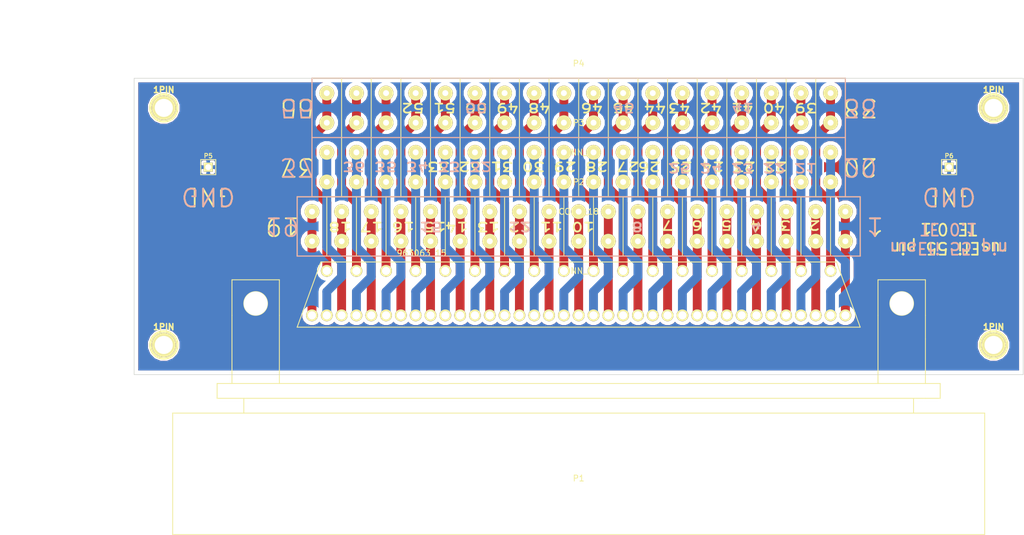
<source format=kicad_pcb>
(kicad_pcb (version 20221018) (generator pcbnew)
  (layers (0 "F.Cu" signal) (31 "B.Cu" signal) (34 "B.Paste" user) (35 "F.Paste" user) (36 "B.SilkS" user "B.Silkscreen") (37 "F.SilkS" user "F.Silkscreen") (38 "B.Mask" user) (39 "F.Mask" user) (44 "Edge.Cuts" user))
  (net 0 "")
  (net 1 "GND")
  (net 2 "N-000001")
  (net 3 "N-0000010")
  (net 4 "N-0000011")
  (net 5 "N-0000012")
  (net 6 "N-0000013")
  (net 7 "N-0000014")
  (net 8 "N-0000015")
  (net 9 "N-0000016")
  (net 10 "N-0000017")
  (net 11 "N-0000018")
  (net 12 "N-0000019")
  (net 13 "N-000002")
  (net 14 "N-0000020")
  (net 15 "N-0000021")
  (net 16 "N-0000022")
  (net 17 "N-0000023")
  (net 18 "N-0000024")
  (net 19 "N-0000025")
  (net 20 "N-0000026")
  (net 21 "N-0000027")
  (net 22 "N-0000028")
  (net 23 "N-0000029")
  (net 24 "N-000003")
  (net 25 "N-0000030")
  (net 26 "N-0000031")
  (net 27 "N-0000032")
  (net 28 "N-0000033")
  (net 29 "N-0000034")
  (net 30 "N-0000035")
  (net 31 "N-0000036")
  (net 32 "N-0000037")
  (net 33 "N-0000038")
  (net 34 "N-0000039")
  (net 35 "N-000004")
  (net 36 "N-0000040")
  (net 37 "N-0000041")
  (net 38 "N-0000042")
  (net 39 "N-0000043")
  (net 40 "N-0000044")
  (net 41 "N-0000046")
  (net 42 "N-0000047")
  (net 43 "N-0000048")
  (net 44 "N-0000049")
  (net 45 "N-000005")
  (net 46 "N-0000050")
  (net 47 "N-0000051")
  (net 48 "N-0000052")
  (net 49 "N-0000053")
  (net 50 "N-0000054")
  (net 51 "N-0000055")
  (net 52 "N-0000056")
  (net 53 "N-000006")
  (net 54 "N-000007")
  (net 55 "N-000008")
  (net 56 "N-000009")
  (footprint "CON19X5" (layer "F.Cu") (at 220 145 180)
    (fp_text reference "P2" (at 0 7.5 180) (layer "F.SilkS"))
    (fp_text value "CONN_19" (at 0 -7.5 180) (layer "F.SilkS"))
    (pad "1" thru_hole circle (at -45 -2.5 180) (size 2.5 2.5) (drill 1) (layers "*.Cu" "*.Mask" "F.SilkS") (net 13 "N-000002"))
    (pad "1" thru_hole circle (at -45 2.5 180) (size 2.5 2.5) (drill 1) (layers "*.Cu" "*.Mask" "F.SilkS") (net 13 "N-000002"))
    (pad "2" thru_hole circle (at -40 -2.5 180) (size 2.5 2.5) (drill 1) (layers "*.Cu" "*.Mask" "F.SilkS") (net 24 "N-000003"))
    (pad "2" thru_hole circle (at -40 2.5 180) (size 2.5 2.5) (drill 1) (layers "*.Cu" "*.Mask" "F.SilkS") (net 24 "N-000003"))
    (pad "3" thru_hole circle (at -35 -2.5 180) (size 2.5 2.5) (drill 1) (layers "*.Cu" "*.Mask" "F.SilkS") (net 35 "N-000004"))
    (pad "3" thru_hole circle (at -35 2.5 180) (size 2.5 2.5) (drill 1) (layers "*.Cu" "*.Mask" "F.SilkS") (net 35 "N-000004"))
    (pad "4" thru_hole circle (at -30 -2.5 180) (size 2.5 2.5) (drill 1) (layers "*.Cu" "*.Mask" "F.SilkS") (net 45 "N-000005"))
    (pad "4" thru_hole circle (at -30 2.5 180) (size 2.5 2.5) (drill 1) (layers "*.Cu" "*.Mask" "F.SilkS") (net 45 "N-000005"))
    (pad "5" thru_hole circle (at -25 -2.5 180) (size 2.5 2.5) (drill 1) (layers "*.Cu" "*.Mask" "F.SilkS") (net 53 "N-000006"))
    (pad "5" thru_hole circle (at -25 2.5 180) (size 2.5 2.5) (drill 1) (layers "*.Cu" "*.Mask" "F.SilkS") (net 53 "N-000006"))
    (pad "6" thru_hole circle (at -20 -2.5 180) (size 2.5 2.5) (drill 1) (layers "*.Cu" "*.Mask" "F.SilkS") (net 54 "N-000007"))
    (pad "6" thru_hole circle (at -20 2.5 180) (size 2.5 2.5) (drill 1) (layers "*.Cu" "*.Mask" "F.SilkS") (net 54 "N-000007"))
    (pad "7" thru_hole circle (at -15 -2.5 180) (size 2.5 2.5) (drill 1) (layers "*.Cu" "*.Mask" "F.SilkS") (net 55 "N-000008"))
    (pad "7" thru_hole circle (at -15 2.5 180) (size 2.5 2.5) (drill 1) (layers "*.Cu" "*.Mask" "F.SilkS") (net 55 "N-000008"))
    (pad "8" thru_hole circle (at -10 -2.5 180) (size 2.5 2.5) (drill 1) (layers "*.Cu" "*.Mask" "F.SilkS") (net 56 "N-000009"))
    (pad "8" thru_hole circle (at -10 2.5 180) (size 2.5 2.5) (drill 1) (layers "*.Cu" "*.Mask" "F.SilkS") (net 56 "N-000009"))
    (pad "9" thru_hole circle (at -5 -2.5 180) (size 2.5 2.5) (drill 1) (layers "*.Cu" "*.Mask" "F.SilkS") (net 3 "N-0000010"))
    (pad "9" thru_hole circle (at -5 2.5 180) (size 2.5 2.5) (drill 1) (layers "*.Cu" "*.Mask" "F.SilkS") (net 3 "N-0000010"))
    (pad "10" thru_hole circle (at 0 -2.5 180) (size 2.5 2.5) (drill 1) (layers "*.Cu" "*.Mask" "F.SilkS") (net 4 "N-0000011"))
    (pad "10" thru_hole circle (at 0 2.5 180) (size 2.5 2.5) (drill 1) (layers "*.Cu" "*.Mask" "F.SilkS") (net 4 "N-0000011"))
    (pad "11" thru_hole circle (at 5 -2.5 180) (size 2.5 2.5) (drill 1) (layers "*.Cu" "*.Mask" "F.SilkS") (net 2 "N-000001"))
    (pad "11" thru_hole circle (at 5 2.5 180) (size 2.5 2.5) (drill 1) (layers "*.Cu" "*.Mask" "F.SilkS") (net 2 "N-000001"))
    (pad "12" thru_hole circle (at 10 -2.5 180) (size 2.5 2.5) (drill 1) (layers "*.Cu" "*.Mask" "F.SilkS") (net 6 "N-0000013"))
    (pad "12" thru_hole circle (at 10 2.5 180) (size 2.5 2.5) (drill 1) (layers "*.Cu" "*.Mask" "F.SilkS") (net 6 "N-0000013"))
    (pad "13" thru_hole circle (at 15 -2.5 180) (size 2.5 2.5) (drill 1) (layers "*.Cu" "*.Mask" "F.SilkS") (net 7 "N-0000014"))
    (pad "13" thru_hole circle (at 15 2.5 180) (size 2.5 2.5) (drill 1) (layers "*.Cu" "*.Mask" "F.SilkS") (net 7 "N-0000014"))
    (pad "14" thru_hole circle (at 20 -2.5 180) (size 2.5 2.5) (drill 1) (layers "*.Cu" "*.Mask" "F.SilkS") (net 8 "N-0000015"))
    (pad "14" thru_hole circle (at 20 2.5 180) (size 2.5 2.5) (drill 1) (layers "*.Cu" "*.Mask" "F.SilkS") (net 8 "N-0000015"))
    (pad "15" thru_hole circle (at 25 -2.5 180) (size 2.5 2.5) (drill 1) (layers "*.Cu" "*.Mask" "F.SilkS") (net 9 "N-0000016"))
    (pad "15" thru_hole circle (at 25 2.5 180) (size 2.5 2.5) (drill 1) (layers "*.Cu" "*.Mask" "F.SilkS") (net 9 "N-0000016"))
    (pad "16" thru_hole circle (at 30 -2.5 180) (size 2.5 2.5) (drill 1) (layers "*.Cu" "*.Mask" "F.SilkS") (net 10 "N-0000017"))
    (pad "16" thru_hole circle (at 30 2.5 180) (size 2.5 2.5) (drill 1) (layers "*.Cu" "*.Mask" "F.SilkS") (net 10 "N-0000017"))
    (pad "17" thru_hole circle (at 35 -2.5 180) (size 2.5 2.5) (drill 1) (layers "*.Cu" "*.Mask" "F.SilkS") (net 11 "N-0000018"))
    (pad "17" thru_hole circle (at 35 2.5 180) (size 2.5 2.5) (drill 1) (layers "*.Cu" "*.Mask" "F.SilkS") (net 11 "N-0000018"))
    (pad "18" thru_hole circle (at 40 -2.5 180) (size 2.5 2.5) (drill 1) (layers "*.Cu" "*.Mask" "F.SilkS") (net 12 "N-0000019"))
    (pad "18" thru_hole circle (at 40 2.5 180) (size 2.5 2.5) (drill 1) (layers "*.Cu" "*.Mask" "F.SilkS") (net 12 "N-0000019"))
    (pad "19" thru_hole circle (at 45 -2.5 180) (size 2.5 2.5) (drill 1) (layers "*.Cu" "*.Mask" "F.SilkS") (net 14 "N-0000020"))
    (pad "19" thru_hole circle (at 45 2.5 180) (size 2.5 2.5) (drill 1) (layers "*.Cu" "*.Mask" "F.SilkS") (net 14 "N-0000020"))
  )
  (footprint "CON18X5" (layer "F.Cu") (at 220 135 180)
    (fp_text reference "P3" (at 0 7.5 180) (layer "F.SilkS"))
    (fp_text value "CONN_18" (at 0 -7.5 180) (layer "F.SilkS"))
    (pad "1" thru_hole circle (at -42.5 -2.5 180) (size 2.5 2.5) (drill 1) (layers "*.Cu" "*.Mask" "F.SilkS") (net 15 "N-0000021"))
    (pad "1" thru_hole circle (at -42.5 2.5 180) (size 2.5 2.5) (drill 1) (layers "*.Cu" "*.Mask" "F.SilkS") (net 15 "N-0000021"))
    (pad "2" thru_hole circle (at -37.5 -2.5 180) (size 2.5 2.5) (drill 1) (layers "*.Cu" "*.Mask" "F.SilkS") (net 16 "N-0000022"))
    (pad "2" thru_hole circle (at -37.5 2.5 180) (size 2.5 2.5) (drill 1) (layers "*.Cu" "*.Mask" "F.SilkS") (net 16 "N-0000022"))
    (pad "3" thru_hole circle (at -32.5 -2.5 180) (size 2.5 2.5) (drill 1) (layers "*.Cu" "*.Mask" "F.SilkS") (net 29 "N-0000034"))
    (pad "3" thru_hole circle (at -32.5 2.5 180) (size 2.5 2.5) (drill 1) (layers "*.Cu" "*.Mask" "F.SilkS") (net 29 "N-0000034"))
    (pad "4" thru_hole circle (at -27.5 -2.5 180) (size 2.5 2.5) (drill 1) (layers "*.Cu" "*.Mask" "F.SilkS") (net 42 "N-0000047"))
    (pad "4" thru_hole circle (at -27.5 2.5 180) (size 2.5 2.5) (drill 1) (layers "*.Cu" "*.Mask" "F.SilkS") (net 42 "N-0000047"))
    (pad "5" thru_hole circle (at -22.5 -2.5 180) (size 2.5 2.5) (drill 1) (layers "*.Cu" "*.Mask" "F.SilkS") (net 43 "N-0000048"))
    (pad "5" thru_hole circle (at -22.5 2.5 180) (size 2.5 2.5) (drill 1) (layers "*.Cu" "*.Mask" "F.SilkS") (net 43 "N-0000048"))
    (pad "6" thru_hole circle (at -17.5 -2.5 180) (size 2.5 2.5) (drill 1) (layers "*.Cu" "*.Mask" "F.SilkS") (net 44 "N-0000049"))
    (pad "6" thru_hole circle (at -17.5 2.5 180) (size 2.5 2.5) (drill 1) (layers "*.Cu" "*.Mask" "F.SilkS") (net 44 "N-0000049"))
    (pad "7" thru_hole circle (at -12.5 -2.5 180) (size 2.5 2.5) (drill 1) (layers "*.Cu" "*.Mask" "F.SilkS") (net 46 "N-0000050"))
    (pad "7" thru_hole circle (at -12.5 2.5 180) (size 2.5 2.5) (drill 1) (layers "*.Cu" "*.Mask" "F.SilkS") (net 46 "N-0000050"))
    (pad "8" thru_hole circle (at -7.5 -2.5 180) (size 2.5 2.5) (drill 1) (layers "*.Cu" "*.Mask" "F.SilkS") (net 47 "N-0000051"))
    (pad "8" thru_hole circle (at -7.5 2.5 180) (size 2.5 2.5) (drill 1) (layers "*.Cu" "*.Mask" "F.SilkS") (net 47 "N-0000051"))
    (pad "9" thru_hole circle (at -2.5 -2.5 180) (size 2.5 2.5) (drill 1) (layers "*.Cu" "*.Mask" "F.SilkS") (net 48 "N-0000052"))
    (pad "9" thru_hole circle (at -2.5 2.5 180) (size 2.5 2.5) (drill 1) (layers "*.Cu" "*.Mask" "F.SilkS") (net 48 "N-0000052"))
    (pad "10" thru_hole circle (at 2.5 -2.5 180) (size 2.5 2.5) (drill 1) (layers "*.Cu" "*.Mask" "F.SilkS") (net 49 "N-0000053"))
    (pad "10" thru_hole circle (at 2.5 2.5 180) (size 2.5 2.5) (drill 1) (layers "*.Cu" "*.Mask" "F.SilkS") (net 49 "N-0000053"))
    (pad "11" thru_hole circle (at 7.5 -2.5 180) (size 2.5 2.5) (drill 1) (layers "*.Cu" "*.Mask" "F.SilkS") (net 50 "N-0000054"))
    (pad "11" thru_hole circle (at 7.5 2.5 180) (size 2.5 2.5) (drill 1) (layers "*.Cu" "*.Mask" "F.SilkS") (net 50 "N-0000054"))
    (pad "12" thru_hole circle (at 12.5 -2.5 180) (size 2.5 2.5) (drill 1) (layers "*.Cu" "*.Mask" "F.SilkS") (net 51 "N-0000055"))
    (pad "12" thru_hole circle (at 12.5 2.5 180) (size 2.5 2.5) (drill 1) (layers "*.Cu" "*.Mask" "F.SilkS") (net 51 "N-0000055"))
    (pad "13" thru_hole circle (at 17.5 -2.5 180) (size 2.5 2.5) (drill 1) (layers "*.Cu" "*.Mask" "F.SilkS") (net 52 "N-0000056"))
    (pad "13" thru_hole circle (at 17.5 2.5 180) (size 2.5 2.5) (drill 1) (layers "*.Cu" "*.Mask" "F.SilkS") (net 52 "N-0000056"))
    (pad "14" thru_hole circle (at 22.5 -2.5 180) (size 2.5 2.5) (drill 1) (layers "*.Cu" "*.Mask" "F.SilkS") (net 41 "N-0000046"))
    (pad "14" thru_hole circle (at 22.5 2.5 180) (size 2.5 2.5) (drill 1) (layers "*.Cu" "*.Mask" "F.SilkS") (net 41 "N-0000046"))
    (pad "15" thru_hole circle (at 27.5 -2.5 180) (size 2.5 2.5) (drill 1) (layers "*.Cu" "*.Mask" "F.SilkS") (net 18 "N-0000024"))
    (pad "15" thru_hole circle (at 27.5 2.5 180) (size 2.5 2.5) (drill 1) (layers "*.Cu" "*.Mask" "F.SilkS") (net 18 "N-0000024"))
    (pad "16" thru_hole circle (at 32.5 -2.5 180) (size 2.5 2.5) (drill 1) (layers "*.Cu" "*.Mask" "F.SilkS") (net 19 "N-0000025"))
    (pad "16" thru_hole circle (at 32.5 2.5 180) (size 2.5 2.5) (drill 1) (layers "*.Cu" "*.Mask" "F.SilkS") (net 19 "N-0000025"))
    (pad "17" thru_hole circle (at 37.5 -2.5 180) (size 2.5 2.5) (drill 1) (layers "*.Cu" "*.Mask" "F.SilkS") (net 20 "N-0000026"))
    (pad "17" thru_hole circle (at 37.5 2.5 180) (size 2.5 2.5) (drill 1) (layers "*.Cu" "*.Mask" "F.SilkS") (net 20 "N-0000026"))
    (pad "18" thru_hole circle (at 42.5 -2.5 180) (size 2.5 2.5) (drill 1) (layers "*.Cu" "*.Mask" "F.SilkS") (net 21 "N-0000027"))
    (pad "18" thru_hole circle (at 42.5 2.5 180) (size 2.5 2.5) (drill 1) (layers "*.Cu" "*.Mask" "F.SilkS") (net 21 "N-0000027"))
  )
  (footprint "CON18X5" (layer "F.Cu") (at 220 125 180)
    (fp_text reference "P4" (at 0 7.5 180) (layer "F.SilkS"))
    (fp_text value "CONN_18" (at 0 -7.5 180) (layer "F.SilkS"))
    (pad "1" thru_hole circle (at -42.5 -2.5 180) (size 2.5 2.5) (drill 1) (layers "*.Cu" "*.Mask" "F.SilkS") (net 22 "N-0000028"))
    (pad "1" thru_hole circle (at -42.5 2.5 180) (size 2.5 2.5) (drill 1) (layers "*.Cu" "*.Mask" "F.SilkS") (net 22 "N-0000028"))
    (pad "2" thru_hole circle (at -37.5 -2.5 180) (size 2.5 2.5) (drill 1) (layers "*.Cu" "*.Mask" "F.SilkS") (net 23 "N-0000029"))
    (pad "2" thru_hole circle (at -37.5 2.5 180) (size 2.5 2.5) (drill 1) (layers "*.Cu" "*.Mask" "F.SilkS") (net 23 "N-0000029"))
    (pad "3" thru_hole circle (at -32.5 -2.5 180) (size 2.5 2.5) (drill 1) (layers "*.Cu" "*.Mask" "F.SilkS") (net 25 "N-0000030"))
    (pad "3" thru_hole circle (at -32.5 2.5 180) (size 2.5 2.5) (drill 1) (layers "*.Cu" "*.Mask" "F.SilkS") (net 25 "N-0000030"))
    (pad "4" thru_hole circle (at -27.5 -2.5 180) (size 2.5 2.5) (drill 1) (layers "*.Cu" "*.Mask" "F.SilkS") (net 26 "N-0000031"))
    (pad "4" thru_hole circle (at -27.5 2.5 180) (size 2.5 2.5) (drill 1) (layers "*.Cu" "*.Mask" "F.SilkS") (net 26 "N-0000031"))
    (pad "5" thru_hole circle (at -22.5 -2.5 180) (size 2.5 2.5) (drill 1) (layers "*.Cu" "*.Mask" "F.SilkS") (net 27 "N-0000032"))
    (pad "5" thru_hole circle (at -22.5 2.5 180) (size 2.5 2.5) (drill 1) (layers "*.Cu" "*.Mask" "F.SilkS") (net 27 "N-0000032"))
    (pad "6" thru_hole circle (at -17.5 -2.5 180) (size 2.5 2.5) (drill 1) (layers "*.Cu" "*.Mask" "F.SilkS") (net 28 "N-0000033"))
    (pad "6" thru_hole circle (at -17.5 2.5 180) (size 2.5 2.5) (drill 1) (layers "*.Cu" "*.Mask" "F.SilkS") (net 28 "N-0000033"))
    (pad "7" thru_hole circle (at -12.5 -2.5 180) (size 2.5 2.5) (drill 1) (layers "*.Cu" "*.Mask" "F.SilkS") (net 17 "N-0000023"))
    (pad "7" thru_hole circle (at -12.5 2.5 180) (size 2.5 2.5) (drill 1) (layers "*.Cu" "*.Mask" "F.SilkS") (net 17 "N-0000023"))
    (pad "8" thru_hole circle (at -7.5 -2.5 180) (size 2.5 2.5) (drill 1) (layers "*.Cu" "*.Mask" "F.SilkS") (net 30 "N-0000035"))
    (pad "8" thru_hole circle (at -7.5 2.5 180) (size 2.5 2.5) (drill 1) (layers "*.Cu" "*.Mask" "F.SilkS") (net 30 "N-0000035"))
    (pad "9" thru_hole circle (at -2.5 -2.5 180) (size 2.5 2.5) (drill 1) (layers "*.Cu" "*.Mask" "F.SilkS") (net 31 "N-0000036"))
    (pad "9" thru_hole circle (at -2.5 2.5 180) (size 2.5 2.5) (drill 1) (layers "*.Cu" "*.Mask" "F.SilkS") (net 31 "N-0000036"))
    (pad "10" thru_hole circle (at 2.5 -2.5 180) (size 2.5 2.5) (drill 1) (layers "*.Cu" "*.Mask" "F.SilkS") (net 32 "N-0000037"))
    (pad "10" thru_hole circle (at 2.5 2.5 180) (size 2.5 2.5) (drill 1) (layers "*.Cu" "*.Mask" "F.SilkS") (net 32 "N-0000037"))
    (pad "11" thru_hole circle (at 7.5 -2.5 180) (size 2.5 2.5) (drill 1) (layers "*.Cu" "*.Mask" "F.SilkS") (net 33 "N-0000038"))
    (pad "11" thru_hole circle (at 7.5 2.5 180) (size 2.5 2.5) (drill 1) (layers "*.Cu" "*.Mask" "F.SilkS") (net 33 "N-0000038"))
    (pad "12" thru_hole circle (at 12.5 -2.5 180) (size 2.5 2.5) (drill 1) (layers "*.Cu" "*.Mask" "F.SilkS") (net 34 "N-0000039"))
    (pad "12" thru_hole circle (at 12.5 2.5 180) (size 2.5 2.5) (drill 1) (layers "*.Cu" "*.Mask" "F.SilkS") (net 34 "N-0000039"))
    (pad "13" thru_hole circle (at 17.5 -2.5 180) (size 2.5 2.5) (drill 1) (layers "*.Cu" "*.Mask" "F.SilkS") (net 36 "N-0000040"))
    (pad "13" thru_hole circle (at 17.5 2.5 180) (size 2.5 2.5) (drill 1) (layers "*.Cu" "*.Mask" "F.SilkS") (net 36 "N-0000040"))
    (pad "14" thru_hole circle (at 22.5 -2.5 180) (size 2.5 2.5) (drill 1) (layers "*.Cu" "*.Mask" "F.SilkS") (net 37 "N-0000041"))
    (pad "14" thru_hole circle (at 22.5 2.5 180) (size 2.5 2.5) (drill 1) (layers "*.Cu" "*.Mask" "F.SilkS") (net 37 "N-0000041"))
    (pad "15" thru_hole circle (at 27.5 -2.5 180) (size 2.5 2.5) (drill 1) (layers "*.Cu" "*.Mask" "F.SilkS") (net 38 "N-0000042"))
    (pad "15" thru_hole circle (at 27.5 2.5 180) (size 2.5 2.5) (drill 1) (layers "*.Cu" "*.Mask" "F.SilkS") (net 38 "N-0000042"))
    (pad "16" thru_hole circle (at 32.5 -2.5 180) (size 2.5 2.5) (drill 1) (layers "*.Cu" "*.Mask" "F.SilkS") (net 39 "N-0000043"))
    (pad "16" thru_hole circle (at 32.5 2.5 180) (size 2.5 2.5) (drill 1) (layers "*.Cu" "*.Mask" "F.SilkS") (net 39 "N-0000043"))
    (pad "17" thru_hole circle (at 37.5 -2.5 180) (size 2.5 2.5) (drill 1) (layers "*.Cu" "*.Mask" "F.SilkS") (net 40 "N-0000044"))
    (pad "17" thru_hole circle (at 37.5 2.5 180) (size 2.5 2.5) (drill 1) (layers "*.Cu" "*.Mask" "F.SilkS") (net 40 "N-0000044"))
    (pad "18" thru_hole circle (at 42.5 -2.5 180) (size 2.5 2.5) (drill 1) (layers "*.Cu" "*.Mask" "F.SilkS") (net 5 "N-0000012"))
    (pad "18" thru_hole circle (at 42.5 2.5 180) (size 2.5 2.5) (drill 1) (layers "*.Cu" "*.Mask" "F.SilkS") (net 5 "N-0000012"))
  )
  (footprint "963063-15" (layer "F.Cu") (at 220 160)
    (fp_text reference "P1" (at 0 27.5) (layer "F.SilkS"))
    (fp_text value "963063_15" (at -26.5 -10.5) (layer "F.SilkS"))
    (pad "1" thru_hole circle (at 45 0) (size 2 2) (drill 1.4) (layers "*.Cu" "*.Mask" "F.SilkS") (net 13 "N-000002"))
    (pad "2" thru_hole circle (at 40 0) (size 2 2) (drill 1.4) (layers "*.Cu" "*.Mask" "F.SilkS") (net 24 "N-000003"))
    (pad "3" thru_hole circle (at 35 0) (size 2 2) (drill 1.4) (layers "*.Cu" "*.Mask" "F.SilkS") (net 35 "N-000004"))
    (pad "4" thru_hole circle (at 30 0) (size 2 2) (drill 1.4) (layers "*.Cu" "*.Mask" "F.SilkS") (net 45 "N-000005"))
    (pad "5" thru_hole circle (at 25 0) (size 2 2) (drill 1.4) (layers "*.Cu" "*.Mask" "F.SilkS") (net 53 "N-000006"))
    (pad "6" thru_hole circle (at 20 0) (size 2 2) (drill 1.4) (layers "*.Cu" "*.Mask" "F.SilkS") (net 54 "N-000007"))
    (pad "7" thru_hole circle (at 15 0) (size 2 2) (drill 1.4) (layers "*.Cu" "*.Mask" "F.SilkS") (net 55 "N-000008"))
    (pad "8" thru_hole circle (at 10 0) (size 2 2) (drill 1.4) (layers "*.Cu" "*.Mask" "F.SilkS") (net 56 "N-000009"))
    (pad "9" thru_hole circle (at 5 0) (size 2 2) (drill 1.4) (layers "*.Cu" "*.Mask" "F.SilkS") (net 3 "N-0000010"))
    (pad "10" thru_hole circle (at 0 0) (size 2 2) (drill 1.4) (layers "*.Cu" "*.Mask" "F.SilkS") (net 4 "N-0000011"))
    (pad "11" thru_hole circle (at -5 0) (size 2 2) (drill 1.4) (layers "*.Cu" "*.Mask" "F.SilkS") (net 2 "N-000001"))
    (pad "12" thru_hole circle (at -10 0) (size 2 2) (drill 1.4) (layers "*.Cu" "*.Mask" "F.SilkS") (net 6 "N-0000013"))
    (pad "13" thru_hole circle (at -15 0) (size 2 2) (drill 1.4) (layers "*.Cu" "*.Mask" "F.SilkS") (net 7 "N-0000014"))
    (pad "14" thru_hole circle (at -20 0) (size 2 2) (drill 1.4) (layers "*.Cu" "*.Mask" "F.SilkS") (net 8 "N-0000015"))
    (pad "15" thru_hole circle (at -25 0) (size 2 2) (drill 1.4) (layers "*.Cu" "*.Mask" "F.SilkS") (net 9 "N-0000016"))
    (pad "16" thru_hole circle (at -30 0) (size 2 2) (drill 1.4) (layers "*.Cu" "*.Mask" "F.SilkS") (net 10 "N-0000017"))
    (pad "17" thru_hole circle (at -35 0) (size 2 2) (drill 1.4) (layers "*.Cu" "*.Mask" "F.SilkS") (net 11 "N-0000018"))
    (pad "18" thru_hole circle (at -40 0) (size 2 2) (drill 1.4) (layers "*.Cu" "*.Mask" "F.SilkS") (net 12 "N-0000019"))
    (pad "19" thru_hole circle (at -45 0) (size 2 2) (drill 1.4) (layers "*.Cu" "*.Mask" "F.SilkS") (net 14 "N-0000020"))
    (pad "20" thru_hole circle (at 42.5 0) (size 2 2) (drill 1.4) (layers "*.Cu" "*.Mask" "F.SilkS") (net 15 "N-0000021"))
    (pad "21" thru_hole circle (at 37.5 0) (size 2 2) (drill 1.4) (layers "*.Cu" "*.Mask" "F.SilkS") (net 16 "N-0000022"))
    (pad "22" thru_hole circle (at 32.5 0) (size 2 2) (drill 1.4) (layers "*.Cu" "*.Mask" "F.SilkS") (net 29 "N-0000034"))
    (pad "23" thru_hole circle (at 27.5 0) (size 2 2) (drill 1.4) (layers "*.Cu" "*.Mask" "F.SilkS") (net 42 "N-0000047"))
    (pad "24" thru_hole circle (at 22.5 0) (size 2 2) (drill 1.4) (layers "*.Cu" "*.Mask" "F.SilkS") (net 43 "N-0000048"))
    (pad "25" thru_hole circle (at 17.5 0) (size 2 2) (drill 1.4) (layers "*.Cu" "*.Mask" "F.SilkS") (net 44 "N-0000049"))
    (pad "26" thru_hole circle (at 12.5 0) (size 2 2) (drill 1.4) (layers "*.Cu" "*.Mask" "F.SilkS") (net 46 "N-0000050"))
    (pad "27" thru_hole circle (at 7.5 0) (size 2 2) (drill 1.4) (layers "*.Cu" "*.Mask" "F.SilkS") (net 47 "N-0000051"))
    (pad "28" thru_hole circle (at 2.5 0) (size 2 2) (drill 1.4) (layers "*.Cu" "*.Mask" "F.SilkS") (net 48 "N-0000052"))
    (pad "29" thru_hole circle (at -2.5 0) (size 2 2) (drill 1.4) (layers "*.Cu" "*.Mask" "F.SilkS") (net 49 "N-0000053"))
    (pad "30" thru_hole circle (at -7.5 0) (size 2 2) (drill 1.4) (layers "*.Cu" "*.Mask" "F.SilkS") (net 50 "N-0000054"))
    (pad "31" thru_hole circle (at -12.5 0) (size 2 2) (drill 1.4) (layers "*.Cu" "*.Mask" "F.SilkS") (net 51 "N-0000055"))
    (pad "32" thru_hole circle (at -17.5 0) (size 2 2) (drill 1.4) (layers "*.Cu" "*.Mask" "F.SilkS") (net 52 "N-0000056"))
    (pad "33" thru_hole circle (at -22.5 0) (size 2 2) (drill 1.4) (layers "*.Cu" "*.Mask" "F.SilkS") (net 41 "N-0000046"))
    (pad "34" thru_hole circle (at -27.5 0) (size 2 2) (drill 1.4) (layers "*.Cu" "*.Mask" "F.SilkS") (net 18 "N-0000024"))
    (pad "35" thru_hole circle (at -32.5 0) (size 2 2) (drill 1.4) (layers "*.Cu" "*.Mask" "F.SilkS") (net 19 "N-0000025"))
    (pad "36" thru_hole circle (at -37.5 0) (size 2 2) (drill 1.4) (layers "*.Cu" "*.Mask" "F.SilkS") (net 20 "N-0000026"))
    (pad "37" thru_hole circle (at -42.5 0) (size 2 2) (drill 1.4) (layers "*.Cu" "*.Mask" "F.SilkS") (net 21 "N-0000027"))
    (pad "38" thru_hole circle (at 42.5 -7.5) (size 2 2) (drill 1.4) (layers "*.Cu" "*.Mask" "F.SilkS") (net 22 "N-0000028"))
    (pad "39" thru_hole circle (at 37.5 -7.5) (size 2 2) (drill 1.4) (layers "*.Cu" "*.Mask" "F.SilkS") (net 23 "N-0000029"))
    (pad "40" thru_hole circle (at 32.5 -7.5) (size 2 2) (drill 1.4) (layers "*.Cu" "*.Mask" "F.SilkS") (net 25 "N-0000030"))
    (pad "41" thru_hole circle (at 27.5 -7.5) (size 2 2) (drill 1.4) (layers "*.Cu" "*.Mask" "F.SilkS") (net 26 "N-0000031"))
    (pad "42" thru_hole circle (at 22.5 -7.5) (size 2 2) (drill 1.4) (layers "*.Cu" "*.Mask" "F.SilkS") (net 27 "N-0000032"))
    (pad "43" thru_hole circle (at 17.5 -7.5) (size 2 2) (drill 1.4) (layers "*.Cu" "*.Mask" "F.SilkS") (net 28 "N-0000033"))
    (pad "44" thru_hole circle (at 12.5 -7.5) (size 2 2) (drill 1.4) (layers "*.Cu" "*.Mask" "F.SilkS") (net 17 "N-0000023"))
    (pad "45" thru_hole circle (at 7.5 -7.5) (size 2 2) (drill 1.4) (layers "*.Cu" "*.Mask" "F.SilkS") (net 30 "N-0000035"))
    (pad "46" thru_hole circle (at 2.5 -7.5) (size 2 2) (drill 1.4) (layers "*.Cu" "*.Mask" "F.SilkS") (net 31 "N-0000036"))
    (pad "47" thru_hole circle (at -2.5 -7.5) (size 2 2) (drill 1.4) (layers "*.Cu" "*.Mask" "F.SilkS") (net 32 "N-0000037"))
    (pad "48" thru_hole circle (at -7.5 -7.5) (size 2 2) (drill 1.4) (layers "*.Cu" "*.Mask" "F.SilkS") (net 33 "N-0000038"))
    (pad "49" thru_hole circle (at -12.5 -7.5) (size 2 2) (drill 1.4) (layers "*.Cu" "*.Mask" "F.SilkS") (net 34 "N-0000039"))
    (pad "50" thru_hole circle (at -17.5 -7.5) (size 2 2) (drill 1.4) (layers "*.Cu" "*.Mask" "F.SilkS") (net 36 "N-0000040"))
    (pad "51" thru_hole circle (at -22.5 -7.5) (size 2 2) (drill 1.4) (layers "*.Cu" "*.Mask" "F.SilkS") (net 37 "N-0000041"))
    (pad "52" thru_hole circle (at -27.5 -7.5) (size 2 2) (drill 1.4) (layers "*.Cu" "*.Mask" "F.SilkS") (net 38 "N-0000042"))
    (pad "53" thru_hole circle (at -32.5 -7.5) (size 2 2) (drill 1.4) (layers "*.Cu" "*.Mask" "F.SilkS") (net 39 "N-0000043"))
    (pad "54" thru_hole circle (at -37.5 -7.5) (size 2 2) (drill 1.4) (layers "*.Cu" "*.Mask" "F.SilkS") (net 40 "N-0000044"))
    (pad "55" thru_hole circle (at -42.5 -7.5) (size 2 2) (drill 1.4) (layers "*.Cu" "*.Mask" "F.SilkS") (net 5 "N-0000012"))
    (pad "~" thru_hole circle (at -54.5 -2) (size 4 4) (drill 4) (layers "*.Cu" "*.Mask" "F.SilkS"))
    (pad "~" thru_hole circle (at 54.5 -2) (size 4 4) (drill 4) (layers "*.Cu" "*.Mask" "F.SilkS"))
  )
  (footprint "1pin" (layer "F.Cu") (at 290 125)
    (fp_text reference "1PIN" (at 0 -3.048) (layer "F.SilkS") (effects (font (size 1.016 1.016) (thickness 0.254))))
    (fp_text value "P***" hide)
    (pad "1" thru_hole circle (at 0 0) (size 4.064 4.064) (drill 3.048) (layers "*.Cu" "*.Mask" "F.SilkS"))
  )
  (footprint "1pin" (layer "F.Cu") (at 290 165)
    (fp_text reference "1PIN" (at 0 -3.048) (layer "F.SilkS") (effects (font (size 1.016 1.016) (thickness 0.254))))
    (fp_text value "P***" hide)
    (pad "1" thru_hole circle (at 0 0) (size 4.064 4.064) (drill 3.048) (layers "*.Cu" "*.Mask" "F.SilkS"))
  )
  (footprint "1pin" (layer "F.Cu") (at 150 165)
    (fp_text reference "1PIN" (at 0 -3.048) (layer "F.SilkS") (effects (font (size 1.016 1.016) (thickness 0.254))))
    (fp_text value "P***" hide)
    (pad "1" thru_hole circle (at 0 0) (size 4.064 4.064) (drill 3.048) (layers "*.Cu" "*.Mask" "F.SilkS"))
  )
  (footprint "1pin" (layer "F.Cu") (at 150 125)
    (fp_text reference "1PIN" (at 0 -3.048) (layer "F.SilkS") (effects (font (size 1.016 1.016) (thickness 0.254))))
    (fp_text value "P***" hide)
    (pad "1" thru_hole circle (at 0 0) (size 4.064 4.064) (drill 3.048) (layers "*.Cu" "*.Mask" "F.SilkS"))
  )
  (footprint "PIN_ARRAY_1" (layer "F.Cu") (at 157.5 135)
    (fp_text reference "P5" (at 0 -1.905) (layer "F.SilkS") (effects (font (size 0.762 0.762) (thickness 0.1524))))
    (fp_text value "CONN_1" hide)
    (pad "1" thru_hole rect (at 0 0) (size 1.524 1.524) (drill 1.016) (layers "*.Cu" "*.Mask" "F.SilkS") (net 1 "GND"))
  )
  (footprint "PIN_ARRAY_1" (layer "F.Cu") (at 282.5 135)
    (fp_text reference "P6" (at 0 -1.905) (layer "F.SilkS") (effects (font (size 0.762 0.762) (thickness 0.1524))))
    (fp_text value "CONN_1" hide)
    (pad "1" thru_hole rect (at 0 0) (size 1.524 1.524) (drill 1.016) (layers "*.Cu" "*.Mask" "F.SilkS") (net 1 "GND"))
  )
  (gr_line (start 175 120) (end 265 120) (stroke (width 0.2)) (layer "B.SilkS"))
  (gr_line (start 175 130) (end 175 140) (stroke (width 0.2)) (layer "B.SilkS"))
  (gr_line (start 172.5 140) (end 267.5 140) (stroke (width 0.2)) (layer "B.SilkS"))
  (gr_line (start 267.5 150) (end 172.5 150) (stroke (width 0.2)) (layer "B.SilkS"))
  (gr_line (start 265 140) (end 265 130) (stroke (width 0.2)) (layer "B.SilkS"))
  (gr_line (start 265 130) (end 175 130) (stroke (width 0.2)) (layer "B.SilkS"))
  (gr_line (start 172.5 150) (end 172.5 140) (stroke (width 0.2)) (layer "B.SilkS"))
  (gr_line (start 265 120) (end 265 130) (stroke (width 0.2)) (layer "B.SilkS"))
  (gr_line (start 267.5 140) (end 267.5 150) (stroke (width 0.2)) (layer "B.SilkS"))
  (gr_line (start 175 130) (end 175 120) (stroke (width 0.2)) (layer "B.SilkS"))
  (gr_line (start 145 120) (end 295 120) (stroke (width 0.1)) (layer "Edge.Cuts"))
  (gr_line (start 145 170) (end 295 170) (stroke (width 0.1)) (layer "Edge.Cuts"))
  (gr_line (start 145 120) (end 145 170) (stroke (width 0.1)) (layer "Edge.Cuts"))
  (gr_line (start 295 170) (end 295 120) (stroke (width 0.1)) (layer "Edge.Cuts"))
  (gr_text "37" (at 172.5 135 180) (layer "B.SilkS") (effects (font (size 3 3) (thickness 0.3)) (justify mirror)))
  (gr_text "41" (at 247.65 124.968 180) (layer "B.SilkS") (effects (font (size 1.5 2) (thickness 0.3)) (justify mirror)))
  (gr_text "GND" (at 157.5 140 180) (layer "B.SilkS") (effects (font (size 3 3) (thickness 0.3)) (justify mirror)))
  (gr_text "8" (at 229.87 145.034 180) (layer "B.SilkS") (effects (font (size 1.5 2) (thickness 0.3)) (justify mirror)))
  (gr_text "rusEfi 55 pin\nTE 0.1" (at 282.448 147.066 180) (layer "B.SilkS") (effects (font (size 2 2) (thickness 0.3)) (justify mirror)))
  (gr_text "38\n" (at 267.5 125 180) (layer "B.SilkS") (effects (font (size 3 3) (thickness 0.3)) (justify mirror)))
  (gr_text "55" (at 172.5 125 180) (layer "B.SilkS") (effects (font (size 3 3) (thickness 0.3)) (justify mirror)))
  (gr_text "GND" (at 282.5 140 180) (layer "B.SilkS") (effects (font (size 3 3) (thickness 0.3)) (justify mirror)))
  (gr_text "20\n" (at 267.5 135 180) (layer "B.SilkS") (effects (font (size 3 3) (thickness 0.3)) (justify mirror)))
  (gr_text "25 24 23 22 21" (at 247.65 135.128 180) (layer "B.SilkS") (effects (font (size 1.5 2) (thickness 0.3)) (justify mirror)))
  (gr_text "4" (at 249.936 145.034 180) (layer "B.SilkS") (effects (font (size 1.5 2) (thickness 0.3)) (justify mirror)))
  (gr_text "1" (at 270 145 180) (layer "B.SilkS") (effects (font (size 3 3) (thickness 0.3)) (justify mirror)))
  (gr_text "15" (at 195.072 145.034 180) (layer "B.SilkS") (effects (font (size 1.5 2) (thickness 0.3)) (justify mirror)))
  (gr_text "12" (at 210.058 145.034 180) (layer "B.SilkS") (effects (font (size 1.5 2) (thickness 0.3)) (justify mirror)))
  (gr_text "36 35 34 33 32" (at 192.786 134.874 180) (layer "B.SilkS") (effects (font (size 1.5 2) (thickness 0.3)) (justify mirror)))
  (gr_text "50" (at 202.692 124.968 180) (layer "B.SilkS") (effects (font (size 1.5 2) (thickness 0.3)) (justify mirror)))
  (gr_text "19\n" (at 170 145 180) (layer "B.SilkS") (effects (font (size 3 3) (thickness 0.3)) (justify mirror)))
  (gr_text "45" (at 227.584 124.968 180) (layer "B.SilkS") (effects (font (size 1.5 2) (thickness 0.3)) (justify mirror)))
  (gr_text "27 28 29 30 31 32 33" (at 212.344 134.874 180) (layer "F.SilkS") (effects (font (size 1.5 2) (thickness 0.3))))
  (gr_text "GND" (at 282.5 140 180) (layer "F.SilkS") (effects (font (size 3 3) (thickness 0.3))))
  (gr_text "rusEfi 55 pin\nTE 0.1" (at 282.448 147.066 180) (layer "F.SilkS") (effects (font (size 2 2) (thickness 0.3))))
  (gr_text "38\n" (at 267.5 125 180) (layer "F.SilkS") (effects (font (size 3 3) (thickness 0.3))))
  (gr_text "15 16 17 18" (at 187.706 145.034 180) (layer "F.SilkS") (effects (font (size 1.5 2) (thickness 0.3))))
  (gr_text "37" (at 172.5 135 180) (layer "F.SilkS") (effects (font (size 3 3) (thickness 0.3))))
  (gr_text "20\n" (at 267.5 135 180) (layer "F.SilkS") (effects (font (size 3 3) (thickness 0.3))))
  (gr_text "39 40 41 42 43" (at 247.65 124.968 180) (layer "F.SilkS") (effects (font (size 1.5 2) (thickness 0.3))))
  (gr_text "10 11 12 13 14" (at 210.058 145.034 180) (layer "F.SilkS") (effects (font (size 1.5 2) (thickness 0.3))))
  (gr_text "55" (at 172.5 125 180) (layer "F.SilkS") (effects (font (size 3 3) (thickness 0.3))))
  (gr_text "2  3  4  5  6  7" (at 247.396 144.78 180) (layer "F.SilkS") (effects (font (size 1.5 2) (thickness 0.3))))
  (gr_text "44 45 46" (at 227.584 124.968 180) (layer "F.SilkS") (effects (font (size 1.5 2) (thickness 0.3))))
  (gr_text "GND" (at 157.5 140 180) (layer "F.SilkS") (effects (font (size 3 3) (thickness 0.3))))
  (gr_text "8" (at 229.87 145.034 180) (layer "F.SilkS") (effects (font (size 1.5 2) (thickness 0.3))))
  (gr_text "48 49 50 51 52" (at 202.692 124.968 180) (layer "F.SilkS") (effects (font (size 1.5 2) (thickness 0.3))))
  (gr_text "1" (at 270 145 180) (layer "F.SilkS") (effects (font (size 3 3) (thickness 0.3))))
  (gr_text "19\n" (at 170 145 180) (layer "F.SilkS") (effects (font (size 3 3) (thickness 0.3))))
  (gr_text "22 23 24 25 26" (at 242.57 134.874 180) (layer "F.SilkS") (effects (font (size 1.5 2) (thickness 0.3))))
  (segment (start 215 147.5) (end 215 142.5) (width 1.5) (layer "F.Cu") (net 2))
  (segment (start 215 160) (end 215 147.5) (width 1.5) (layer "F.Cu") (net 2))
  (segment (start 225 147.5) (end 225 142.5) (width 1.5) (layer "F.Cu") (net 3))
  (segment (start 225 160) (end 225 147.5) (width 1.5) (layer "F.Cu") (net 3))
  (segment (start 220 147.5) (end 220 142.5) (width 1.5) (layer "F.Cu") (net 4))
  (segment (start 220 160) (end 220 147.5) (width 1.5) (layer "F.Cu") (net 4))
  (segment (start 177.5 141) (end 175 138.5) (width 1.5) (layer "F.Cu") (net 5))
  (segment (start 175 138.5) (end 175 130) (width 1.5) (layer "F.Cu") (net 5))
  (segment (start 175 130) (end 177.5 127.5) (width 1.5) (layer "F.Cu") (net 5))
  (segment (start 177.5 127.5) (end 177.5 122.5) (width 1.5) (layer "F.Cu") (net 5))
  (segment (start 177.5 152.5) (end 177.5 141) (width 1.5) (layer "F.Cu") (net 5))
  (segment (start 210 147.5) (end 210 142.5) (width 1.5) (layer "F.Cu") (net 6))
  (segment (start 210 160) (end 210 147.5) (width 1.5) (layer "F.Cu") (net 6))
  (segment (start 205 147.5) (end 205 142.5) (width 1.5) (layer "F.Cu") (net 7))
  (segment (start 205 160) (end 205 147.5) (width 1.5) (layer "F.Cu") (net 7))
  (segment (start 200 147.5) (end 200 142.5) (width 1.5) (layer "F.Cu") (net 8))
  (segment (start 200 160) (end 200 147.5) (width 1.5) (layer "F.Cu") (net 8))
  (segment (start 195 147.5) (end 195 142.5) (width 1.5) (layer "F.Cu") (net 9))
  (segment (start 195 160) (end 195 147.5) (width 1.5) (layer "F.Cu") (net 9))
  (segment (start 190 147.5) (end 190 142.5) (width 1.5) (layer "F.Cu") (net 10))
  (segment (start 190 160) (end 190 147.5) (width 1.5) (layer "F.Cu") (net 10))
  (segment (start 185 147.5) (end 185 142.5) (width 1.5) (layer "F.Cu") (net 11))
  (segment (start 185 160) (end 185 147.5) (width 1.5) (layer "F.Cu") (net 11))
  (segment (start 180 147.5) (end 180 142.5) (width 1.5) (layer "F.Cu") (net 12))
  (segment (start 180 160) (end 180 147.5) (width 1.5) (layer "F.Cu") (net 12))
  (segment (start 265 147.5) (end 265 142.5) (width 1.5) (layer "F.Cu") (net 13))
  (segment (start 265 160) (end 265 147.5) (width 1.5) (layer "F.Cu") (net 13))
  (segment (start 175 147.5) (end 175 142.5) (width 1.5) (layer "F.Cu") (net 14))
  (segment (start 175 160) (end 175 147.5) (width 1.5) (layer "F.Cu") (net 14))
  (segment (start 262.5 156) (end 265 153.5) (width 1.5) (layer "B.Cu") (net 15))
  (segment (start 265 153.5) (end 265 151) (width 1.5) (layer "B.Cu") (net 15))
  (segment (start 265 151) (end 262.5 148.5) (width 1.5) (layer "B.Cu") (net 15))
  (segment (start 262.5 148.5) (end 262.5 137.5) (width 1.5) (layer "B.Cu") (net 15))
  (segment (start 262.5 160) (end 262.5 156) (width 1.5) (layer "B.Cu") (net 15))
  (segment (start 262.5 137.5) (end 262.5 132.5) (width 1.5) (layer "B.Cu") (net 15))
  (segment (start 257.5 156) (end 260 153.5) (width 1.5) (layer "B.Cu") (net 16))
  (segment (start 260 153.5) (end 260 151) (width 1.5) (layer "B.Cu") (net 16))
  (segment (start 260 151) (end 257.5 148.5) (width 1.5) (layer "B.Cu") (net 16))
  (segment (start 257.5 148.5) (end 257.5 132.5) (width 1.5) (layer "B.Cu") (net 16))
  (segment (start 257.5 159) (end 257.5 160) (width 1.5) (layer "B.Cu") (net 16))
  (segment (start 257.5 160) (end 257.5 159) (width 1.5) (layer "B.Cu") (net 16))
  (segment (start 257.5 160) (end 257.5 156) (width 1.5) (layer "B.Cu") (net 16))
  (segment (start 257.5 137.5) (end 257.5 132.5) (width 1.5) (layer "B.Cu") (net 16))
  (segment (start 232.5 141) (end 230 138.5) (width 1.5) (layer "F.Cu") (net 17))
  (segment (start 230 138.5) (end 230 130) (width 1.5) (layer "F.Cu") (net 17))
  (segment (start 230 130) (end 232.5 127.5) (width 1.5) (layer "F.Cu") (net 17))
  (segment (start 232.5 122.5) (end 232.5 127.5) (width 1.5) (layer "F.Cu") (net 17))
  (segment (start 232.5 152.5) (end 232.5 141) (width 1.5) (layer "F.Cu") (net 17))
  (segment (start 192.5 156) (end 195 153.5) (width 1.5) (layer "B.Cu") (net 18))
  (segment (start 195 153.5) (end 195 151) (width 1.5) (layer "B.Cu") (net 18))
  (segment (start 195 151) (end 192.5 148.5) (width 1.5) (layer "B.Cu") (net 18))
  (segment (start 192.5 148.5) (end 192.5 132.5) (width 1.5) (layer "B.Cu") (net 18))
  (segment (start 192.5 137.5) (end 192.5 132.5) (width 1.5) (layer "B.Cu") (net 18))
  (segment (start 192.5 160) (end 192.5 156) (width 1.5) (layer "B.Cu") (net 18))
  (segment (start 187.5 156) (end 190 153.5) (width 1.5) (layer "B.Cu") (net 19))
  (segment (start 190 153.5) (end 190 151) (width 1.5) (layer "B.Cu") (net 19))
  (segment (start 190 151) (end 187.5 148.5) (width 1.5) (layer "B.Cu") (net 19))
  (segment (start 187.5 148.5) (end 187.5 132.5) (width 1.5) (layer "B.Cu") (net 19))
  (segment (start 187.5 137.5) (end 187.5 132.5) (width 1.5) (layer "B.Cu") (net 19))
  (segment (start 187.5 160) (end 187.5 156) (width 1.5) (layer "B.Cu") (net 19))
  (segment (start 182.5 156) (end 185 153.5) (width 1.5) (layer "B.Cu") (net 20))
  (segment (start 185 153.5) (end 185 151) (width 1.5) (layer "B.Cu") (net 20))
  (segment (start 185 151) (end 182.5 148.5) (width 1.5) (layer "B.Cu") (net 20))
  (segment (start 182.5 148.5) (end 182.5 132.5) (width 1.5) (layer "B.Cu") (net 20))
  (segment (start 182.5 137.5) (end 182.5 132.5) (width 1.5) (layer "B.Cu") (net 20))
  (segment (start 182.5 160) (end 182.5 156) (width 1.5) (layer "B.Cu") (net 20))
  (segment (start 177.5 156) (end 180 153.5) (width 1.5) (layer "B.Cu") (net 21))
  (segment (start 180 153.5) (end 180 151) (width 1.5) (layer "B.Cu") (net 21))
  (segment (start 180 151) (end 177.5 148.5) (width 1.5) (layer "B.Cu") (net 21))
  (segment (start 177.5 148.5) (end 177.5 137.5) (width 1.5) (layer "B.Cu") (net 21))
  (segment (start 177.5 137.5) (end 177.5 132.5) (width 1.5) (layer "B.Cu") (net 21))
  (segment (start 177.5 160) (end 177.5 156) (width 1.5) (layer "B.Cu") (net 21))
  (segment (start 262.5 142) (end 262.5 141) (width 1.5) (layer "F.Cu") (net 22))
  (segment (start 262.5 141) (end 260 138.5) (width 1.5) (layer "F.Cu") (net 22))
  (segment (start 260 138.5) (end 260 130) (width 1.5) (layer "F.Cu") (net 22))
  (segment (start 260 130) (end 262.5 127.5) (width 1.5) (layer "F.Cu") (net 22))
  (segment (start 262.5 152.5) (end 262.5 142) (width 1.5) (layer "F.Cu") (net 22))
  (segment (start 262.5 122.5) (end 262.5 127.5) (width 1.5) (layer "F.Cu") (net 22))
  (segment (start 257.5 141) (end 255 138.5) (width 1.5) (layer "F.Cu") (net 23))
  (segment (start 255 138.5) (end 255 130) (width 1.5) (layer "F.Cu") (net 23))
  (segment (start 255 130) (end 257.5 127.5) (width 1.5) (layer "F.Cu") (net 23))
  (segment (start 257.5 127.5) (end 257.5 122.5) (width 1.5) (layer "F.Cu") (net 23))
  (segment (start 257.5 152.5) (end 257.5 141) (width 1.5) (layer "F.Cu") (net 23))
  (segment (start 260 147.5) (end 260 142.5) (width 1.5) (layer "F.Cu") (net 24))
  (segment (start 260 160) (end 260 147.5) (width 1.5) (layer "F.Cu") (net 24))
  (segment (start 252.5 141) (end 250 138.5) (width 1.5) (layer "F.Cu") (net 25))
  (segment (start 250 138.5) (end 250 130) (width 1.5) (layer "F.Cu") (net 25))
  (segment (start 250 130) (end 252.5 127.5) (width 1.5) (layer "F.Cu") (net 25))
  (segment (start 252.5 127.5) (end 252.5 122.5) (width 1.5) (layer "F.Cu") (net 25))
  (segment (start 252.5 152.5) (end 252.5 141) (width 1.5) (layer "F.Cu") (net 25))
  (segment (start 247.5 141.5) (end 247.5 141) (width 1.5) (layer "F.Cu") (net 26))
  (segment (start 247.5 141) (end 245 138.5) (width 1.5) (layer "F.Cu") (net 26))
  (segment (start 245 138.5) (end 245 130) (width 1.5) (layer "F.Cu") (net 26))
  (segment (start 245 130) (end 247.5 127.5) (width 1.5) (layer "F.Cu") (net 26))
  (segment (start 247.5 127.5) (end 247.5 122.5) (width 1.5) (layer "F.Cu") (net 26))
  (segment (start 247.5 152.5) (end 247.5 141.5) (width 1.5) (layer "F.Cu") (net 26))
  (segment (start 242.5 141) (end 240 138.5) (width 1.5) (layer "F.Cu") (net 27))
  (segment (start 240 138.5) (end 240 130) (width 1.5) (layer "F.Cu") (net 27))
  (segment (start 240 130) (end 242.5 127.5) (width 1.5) (layer "F.Cu") (net 27))
  (segment (start 242.5 127.5) (end 242.5 122.5) (width 1.5) (layer "F.Cu") (net 27))
  (segment (start 242.5 152.5) (end 242.5 141) (width 1.5) (layer "F.Cu") (net 27))
  (segment (start 237.5 141) (end 235 138.5) (width 1.5) (layer "F.Cu") (net 28))
  (segment (start 235 138.5) (end 235 130) (width 1.5) (layer "F.Cu") (net 28))
  (segment (start 235 130) (end 237.5 127.5) (width 1.5) (layer "F.Cu") (net 28))
  (segment (start 237.5 127.5) (end 237.5 122.5) (width 1.5) (layer "F.Cu") (net 28))
  (segment (start 237.5 152.5) (end 237.5 141) (width 1.5) (layer "F.Cu") (net 28))
  (segment (start 252.5 156) (end 255 153.5) (width 1.5) (layer "B.Cu") (net 29))
  (segment (start 255 153.5) (end 255 151) (width 1.5) (layer "B.Cu") (net 29))
  (segment (start 255 151) (end 252.5 148.5) (width 1.5) (layer "B.Cu") (net 29))
  (segment (start 252.5 148.5) (end 252.5 132.5) (width 1.5) (layer "B.Cu") (net 29))
  (segment (start 252.5 137.5) (end 252.5 132.5) (width 1.5) (layer "B.Cu") (net 29))
  (segment (start 252.5 160) (end 252.5 156) (width 1.5) (layer "B.Cu") (net 29))
  (segment (start 227.5 141) (end 225 138.5) (width 1.5) (layer "F.Cu") (net 30))
  (segment (start 225 138.5) (end 225 130) (width 1.5) (layer "F.Cu") (net 30))
  (segment (start 225 130) (end 227.5 127.5) (width 1.5) (layer "F.Cu") (net 30))
  (segment (start 227.5 127.5) (end 227.5 122.5) (width 1.5) (layer "F.Cu") (net 30))
  (segment (start 227.5 152.5) (end 227.5 141) (width 1.5) (layer "F.Cu") (net 30))
  (segment (start 222.5 141) (end 220 138.5) (width 1.5) (layer "F.Cu") (net 31))
  (segment (start 220 138.5) (end 220 130) (width 1.5) (layer "F.Cu") (net 31))
  (segment (start 220 130) (end 222.5 127.5) (width 1.5) (layer "F.Cu") (net 31))
  (segment (start 222.5 127.5) (end 222.5 122.5) (width 1.5) (layer "F.Cu") (net 31))
  (segment (start 222.5 152.5) (end 222.5 141) (width 1.5) (layer "F.Cu") (net 31))
  (segment (start 217.5 141) (end 215 138.5) (width 1.5) (layer "F.Cu") (net 32))
  (segment (start 215 138.5) (end 215 130) (width 1.5) (layer "F.Cu") (net 32))
  (segment (start 215 130) (end 217.5 127.5) (width 1.5) (layer "F.Cu") (net 32))
  (segment (start 217.5 127.5) (end 217.5 122.5) (width 1.5) (layer "F.Cu") (net 32))
  (segment (start 217.5 152.5) (end 217.5 141) (width 1.5) (layer "F.Cu") (net 32))
  (segment (start 212.5 141) (end 210 138.5) (width 1.5) (layer "F.Cu") (net 33))
  (segment (start 210 138.5) (end 210 130) (width 1.5) (layer "F.Cu") (net 33))
  (segment (start 210 130) (end 212.5 127.5) (width 1.5) (layer "F.Cu") (net 33))
  (segment (start 212.5 127.5) (end 212.5 122.5) (width 1.5) (layer "F.Cu") (net 33))
  (segment (start 212.5 152.5) (end 212.5 141) (width 1.5) (layer "F.Cu") (net 33))
  (segment (start 207.5 141) (end 205 138.5) (width 1.5) (layer "F.Cu") (net 34))
  (segment (start 205 138.5) (end 205 130) (width 1.5) (layer "F.Cu") (net 34))
  (segment (start 205 130) (end 207.5 127.5) (width 1.5) (layer "F.Cu") (net 34))
  (segment (start 207.5 127.5) (end 207.5 122.5) (width 1.5) (layer "F.Cu") (net 34))
  (segment (start 207.5 152.5) (end 207.5 141) (width 1.5) (layer "F.Cu") (net 34))
  (segment (start 255 147.5) (end 255 142.5) (width 1.5) (layer "F.Cu") (net 35))
  (segment (start 255 160) (end 255 147.5) (width 1.5) (layer "F.Cu") (net 35))
  (segment (start 202.5 141) (end 200 138.5) (width 1.5) (layer "F.Cu") (net 36))
  (segment (start 200 138.5) (end 200 130) (width 1.5) (layer "F.Cu") (net 36))
  (segment (start 200 130) (end 202.5 127.5) (width 1.5) (layer "F.Cu") (net 36))
  (segment (start 202.5 127.5) (end 202.5 122.5) (width 1.5) (layer "F.Cu") (net 36))
  (segment (start 202.5 152.5) (end 202.5 141) (width 1.5) (layer "F.Cu") (net 36))
  (segment (start 197.5 141) (end 195 138.5) (width 1.5) (layer "F.Cu") (net 37))
  (segment (start 195 138.5) (end 195 130) (width 1.5) (layer "F.Cu") (net 37))
  (segment (start 195 130) (end 197.5 127.5) (width 1.5) (layer "F.Cu") (net 37))
  (segment (start 197.5 127.5) (end 197.5 122.5) (width 1.5) (layer "F.Cu") (net 37))
  (segment (start 197.5 152.5) (end 197.5 141) (width 1.5) (layer "F.Cu") (net 37))
  (segment (start 192.5 141) (end 190 138.5) (width 1.5) (layer "F.Cu") (net 38))
  (segment (start 190 138.5) (end 190 130) (width 1.5) (layer "F.Cu") (net 38))
  (segment (start 190 130) (end 192.5 127.5) (width 1.5) (layer "F.Cu") (net 38))
  (segment (start 192.5 127.5) (end 192.5 122.5) (width 1.5) (layer "F.Cu") (net 38))
  (segment (start 192.5 152.5) (end 192.5 141) (width 1.5) (layer "F.Cu") (net 38))
  (segment (start 187.5 141) (end 185 138.5) (width 1.5) (layer "F.Cu") (net 39))
  (segment (start 185 138.5) (end 185 130) (width 1.5) (layer "F.Cu") (net 39))
  (segment (start 185 130) (end 187.5 127.5) (width 1.5) (layer "F.Cu") (net 39))
  (segment (start 187.5 127.5) (end 187.5 122.5) (width 1.5) (layer "F.Cu") (net 39))
  (segment (start 187.5 152.5) (end 187.5 141) (width 1.5) (layer "F.Cu") (net 39))
  (segment (start 182.5 141) (end 180 138.5) (width 1.5) (layer "F.Cu") (net 40))
  (segment (start 180 138.5) (end 180 130) (width 1.5) (layer "F.Cu") (net 40))
  (segment (start 180 130) (end 182.5 127.5) (width 1.5) (layer "F.Cu") (net 40))
  (segment (start 182.5 127.5) (end 182.5 122.5) (width 1.5) (layer "F.Cu") (net 40))
  (segment (start 182.5 152.5) (end 182.5 141) (width 1.5) (layer "F.Cu") (net 40))
  (segment (start 197.5 156) (end 200 153.5) (width 1.5) (layer "B.Cu") (net 41))
  (segment (start 200 153.5) (end 200 151) (width 1.5) (layer "B.Cu") (net 41))
  (segment (start 200 151) (end 197.5 148.5) (width 1.5) (layer "B.Cu") (net 41))
  (segment (start 197.5 148.5) (end 197.5 137.5) (width 1.5) (layer "B.Cu") (net 41))
  (segment (start 197.5 137.5) (end 197.5 132.5) (width 1.5) (layer "B.Cu") (net 41))
  (segment (start 197.5 160) (end 197.5 156) (width 1.5) (layer "B.Cu") (net 41))
  (segment (start 247.5 156) (end 250 153.5) (width 1.5) (layer "B.Cu") (net 42))
  (segment (start 250 153.5) (end 250 151) (width 1.5) (layer "B.Cu") (net 42))
  (segment (start 250 151) (end 247.5 148.5) (width 1.5) (layer "B.Cu") (net 42))
  (segment (start 247.5 148.5) (end 247.5 132.5) (width 1.5) (layer "B.Cu") (net 42))
  (segment (start 247.5 160) (end 247.5 156) (width 1.5) (layer "B.Cu") (net 42))
  (segment (start 247.5 137.5) (end 247.5 132.5) (width 1.5) (layer "B.Cu") (net 42))
  (segment (start 242.5 156) (end 245 153.5) (width 1.5) (layer "B.Cu") (net 43))
  (segment (start 245 153.5) (end 245 151) (width 1.5) (layer "B.Cu") (net 43))
  (segment (start 245 151) (end 242.5 148.5) (width 1.5) (layer "B.Cu") (net 43))
  (segment (start 242.5 148.5) (end 242.5 132.5) (width 1.5) (layer "B.Cu") (net 43))
  (segment (start 242.5 160) (end 242.5 156) (width 1.5) (layer "B.Cu") (net 43))
  (segment (start 242.5 137.5) (end 242.5 132.5) (width 1.5) (layer "B.Cu") (net 43))
  (segment (start 237.5 156) (end 240 153.5) (width 1.5) (layer "B.Cu") (net 44))
  (segment (start 240 153.5) (end 240 151) (width 1.5) (layer "B.Cu") (net 44))
  (segment (start 240 151) (end 237.5 148.5) (width 1.5) (layer "B.Cu") (net 44))
  (segment (start 237.5 148.5) (end 237.5 132.5) (width 1.5) (layer "B.Cu") (net 44))
  (segment (start 237.5 160) (end 237.5 156) (width 1.5) (layer "B.Cu") (net 44))
  (segment (start 250 147.5) (end 250 142.5) (width 1.5) (layer "F.Cu") (net 45))
  (segment (start 250 160) (end 250 147.5) (width 1.5) (layer "F.Cu") (net 45))
  (segment (start 232.5 156) (end 235 153.5) (width 1.5) (layer "B.Cu") (net 46))
  (segment (start 235 153.5) (end 235 151) (width 1.5) (layer "B.Cu") (net 46))
  (segment (start 235 151) (end 232.5 148.5) (width 1.5) (layer "B.Cu") (net 46))
  (segment (start 232.5 148.5) (end 232.5 132.5) (width 1.5) (layer "B.Cu") (net 46))
  (segment (start 232.5 137.5) (end 232.5 132.5) (width 1.5) (layer "B.Cu") (net 46))
  (segment (start 232.5 160) (end 232.5 156) (width 1.5) (layer "B.Cu") (net 46))
  (segment (start 227.5 156) (end 230 153.5) (width 1.5) (layer "B.Cu") (net 47))
  (segment (start 230 153.5) (end 230 151) (width 1.5) (layer "B.Cu") (net 47))
  (segment (start 230 151) (end 227.5 148.5) (width 1.5) (layer "B.Cu") (net 47))
  (segment (start 227.5 148.5) (end 227.5 137.5) (width 1.5) (layer "B.Cu") (net 47))
  (segment (start 227.5 160) (end 227.5 156) (width 1.5) (layer "B.Cu") (net 47))
  (segment (start 227.5 132.5) (end 227.5 137.5) (width 1.5) (layer "B.Cu") (net 47))
  (segment (start 222.5 156) (end 225 153.5) (width 1.5) (layer "B.Cu") (net 48))
  (segment (start 225 153.5) (end 225 151) (width 1.5) (layer "B.Cu") (net 48))
  (segment (start 225 151) (end 222.5 148.5) (width 1.5) (layer "B.Cu") (net 48))
  (segment (start 222.5 148.5) (end 222.5 132.5) (width 1.5) (layer "B.Cu") (net 48))
  (segment (start 222.5 160) (end 222.5 156) (width 1.5) (layer "B.Cu") (net 48))
  (segment (start 217.5 156) (end 220 153.5) (width 1.5) (layer "B.Cu") (net 49))
  (segment (start 220 153.5) (end 220 152) (width 1.5) (layer "B.Cu") (net 49))
  (segment (start 220 152) (end 220 151) (width 1.5) (layer "B.Cu") (net 49))
  (segment (start 220 151) (end 217.5 148.5) (width 1.5) (layer "B.Cu") (net 49))
  (segment (start 217.5 148.5) (end 217.5 137.5) (width 1.5) (layer "B.Cu") (net 49))
  (segment (start 217.5 137.5) (end 217.5 132.5) (width 1.5) (layer "B.Cu") (net 49))
  (segment (start 217.5 160) (end 217.5 156) (width 1.5) (layer "B.Cu") (net 49))
  (segment (start 212.5 156) (end 215 153.5) (width 1.5) (layer "B.Cu") (net 50))
  (segment (start 215 153.5) (end 215 151) (width 1.5) (layer "B.Cu") (net 50))
  (segment (start 215 151) (end 212.5 148.5) (width 1.5) (layer "B.Cu") (net 50))
  (segment (start 212.5 148.5) (end 212.5 132.5) (width 1.5) (layer "B.Cu") (net 50))
  (segment (start 212.5 160) (end 212.5 156) (width 1.5) (layer "B.Cu") (net 50))
  (segment (start 212.5 137.5) (end 212.5 132.5) (width 1.5) (layer "B.Cu") (net 50))
  (segment (start 207.5 156) (end 210 153.5) (width 1.5) (layer "B.Cu") (net 51))
  (segment (start 210 153.5) (end 210 151) (width 1.5) (layer "B.Cu") (net 51))
  (segment (start 210 151) (end 207.5 148.5) (width 1.5) (layer "B.Cu") (net 51))
  (segment (start 207.5 148.5) (end 207.5 132.5) (width 1.5) (layer "B.Cu") (net 51))
  (segment (start 207.5 160) (end 207.5 156) (width 1.5) (layer "B.Cu") (net 51))
  (segment (start 207.5 137.5) (end 207.5 132.5) (width 1.5) (layer "B.Cu") (net 51))
  (segment (start 202.5 156) (end 205 153.5) (width 1.5) (layer "B.Cu") (net 52))
  (segment (start 205 153.5) (end 205 151) (width 1.5) (layer "B.Cu") (net 52))
  (segment (start 205 151) (end 202.5 148.5) (width 1.5) (layer "B.Cu") (net 52))
  (segment (start 202.5 148.5) (end 202.5 132.5) (width 1.5) (layer "B.Cu") (net 52))
  (segment (start 202.5 160) (end 202.5 156) (width 1.5) (layer "B.Cu") (net 52))
  (segment (start 202.5 137.5) (end 202.5 132.5) (width 1.5) (layer "B.Cu") (net 52))
  (segment (start 245 147.5) (end 245 142.5) (width 1.5) (layer "F.Cu") (net 53))
  (segment (start 245 160) (end 245 147.5) (width 1.5) (layer "F.Cu") (net 53))
  (segment (start 240 147.5) (end 240 142.5) (width 1.5) (layer "F.Cu") (net 54))
  (segment (start 240 160) (end 240 147.5) (width 1.5) (layer "F.Cu") (net 54))
  (segment (start 235 147.5) (end 235 142.5) (width 1.5) (layer "F.Cu") (net 55))
  (segment (start 235 160) (end 235 147.5) (width 1.5) (layer "F.Cu") (net 55))
  (segment (start 230 147.5) (end 230 142.5) (width 1.5) (layer "F.Cu") (net 56))
  (segment (start 230 160) (end 230 147.5) (width 1.5) (layer "F.Cu") (net 56))
  (zone (net 1) (net_name "GND") (layer "F.Cu") (connect_pads (clearance 0.5)) (min_thickness 0.3) (fill (thermal_gap 0.254) (thermal_bridge_width 0.9))
    (polygon (pts (xy 295 170) (xy 145 170) (xy 145 120) (xy 295 120)))
  )
  (zone (net 1) (net_name "GND") (layer "B.Cu") (connect_pads (clearance 0.5)) (min_thickness 0.3) (fill (thermal_gap 0.254) (thermal_bridge_width 0.9))
    (polygon (pts (xy 295 170) (xy 145 170) (xy 145 120) (xy 295 120)))
  )
)
</source>
